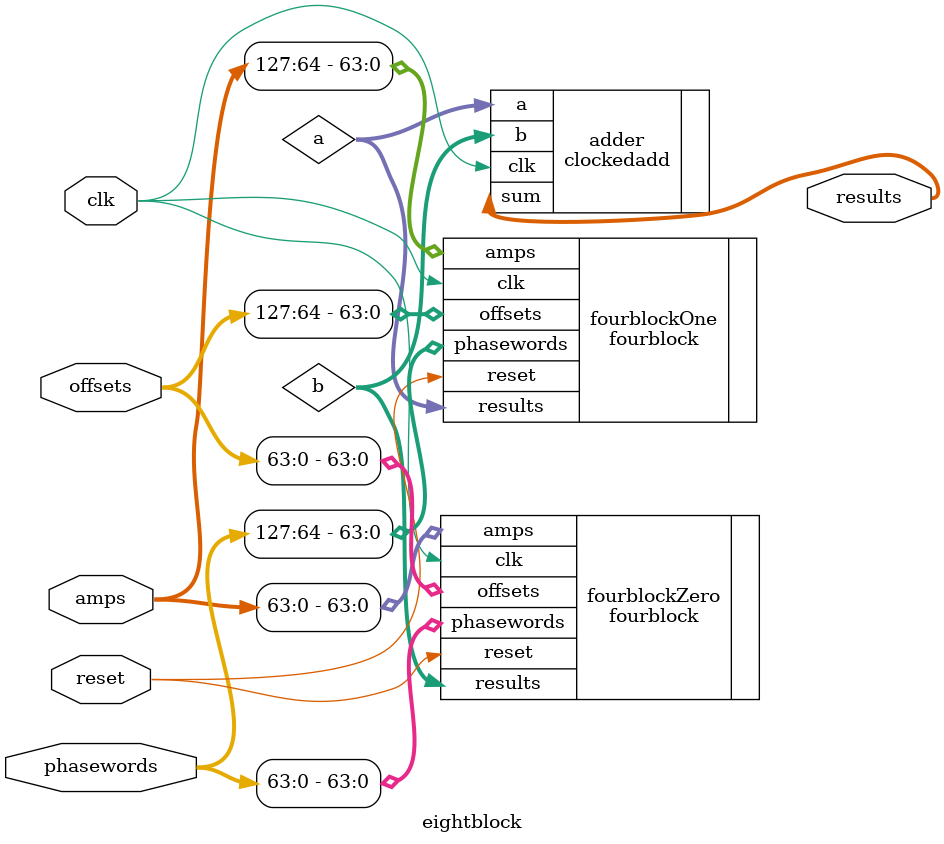
<source format=v>
`timescale 1ns / 1ps
`default_nettype none
module eightblock(
    input wire signed [127:0] amps,
    input wire [127:0] offsets,
    input wire [127:0] phasewords,
    input wire clk,
    input wire reset,
    output wire signed [15:0] results
    );

	wire signed [15:0] a, b;
	
	fourblock fourblockOne(
		.amps(amps[127:64]),
		.offsets(offsets[127:64]),
		.phasewords(phasewords[127:64]),
		.clk(clk),
		.reset(reset),
		.results(a)
	);
	
	fourblock fourblockZero(
		.amps(amps[63:0]),
		.offsets(offsets[63:0]),
		.phasewords(phasewords[63:0]),
		.clk(clk),
		.reset(reset),
		.results(b)
	);
	
	clockedadd adder(
		.a(a),
		.b(b),
		.clk(clk),
		.sum(results)
	);
	
endmodule
</source>
